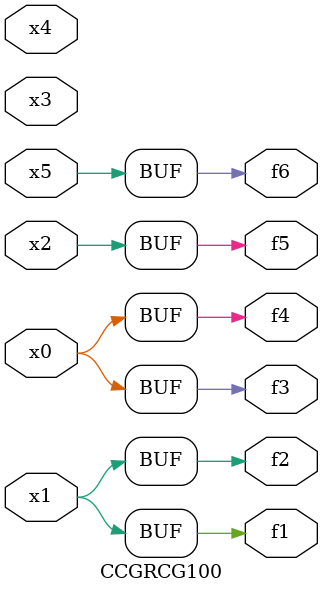
<source format=v>
module CCGRCG100(
	input x0, x1, x2, x3, x4, x5,
	output f1, f2, f3, f4, f5, f6
);
	assign f1 = x1;
	assign f2 = x1;
	assign f3 = x0;
	assign f4 = x0;
	assign f5 = x2;
	assign f6 = x5;
endmodule

</source>
